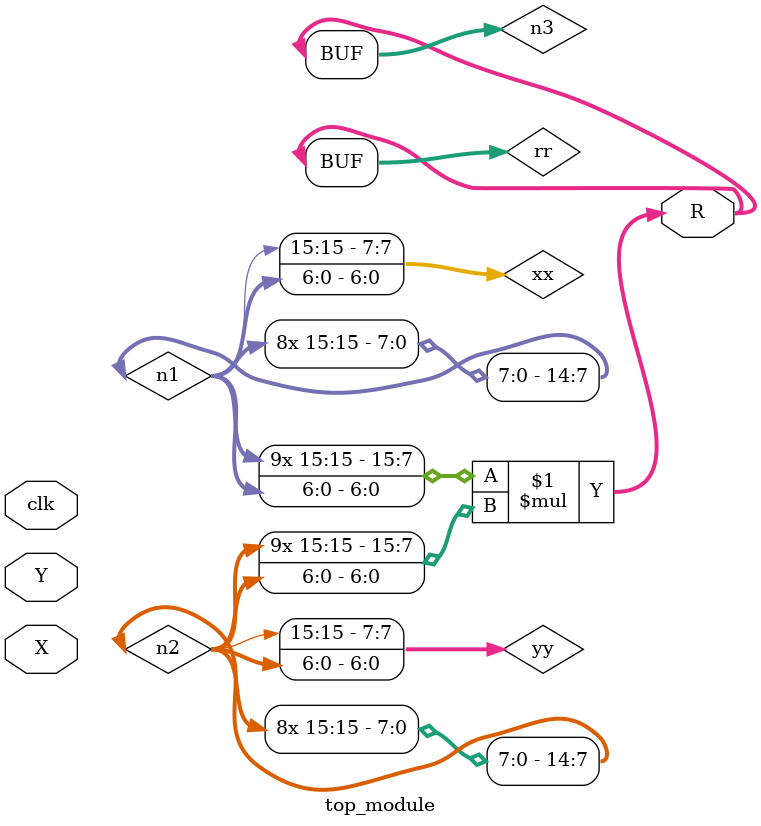
<source format=v>
module top_module
  (input  clk,
   input  [7:0] X,
   input  [7:0] Y,
   output [15:0] R);
  wire [7:0] xx;
  wire [7:0] yy;
  wire [15:0] rr;
  wire [15:0] n1;
  wire [15:0] n2;
  wire [15:0] n3;
  assign R = rr; //(module output)
  /* mult8.vhdl:40:8  */
  assign rr = n3; // (signal)
  /* mult8.vhdl:47:12  */
  assign n1 = {{8{xx[7]}}, xx}; // sext
  /* mult8.vhdl:47:12  */
  assign n2 = {{8{yy[7]}}, yy}; // sext
  /* mult8.vhdl:47:12  */
  assign n3 = $signed(n1) * $signed(n2); // smul
endmodule


</source>
